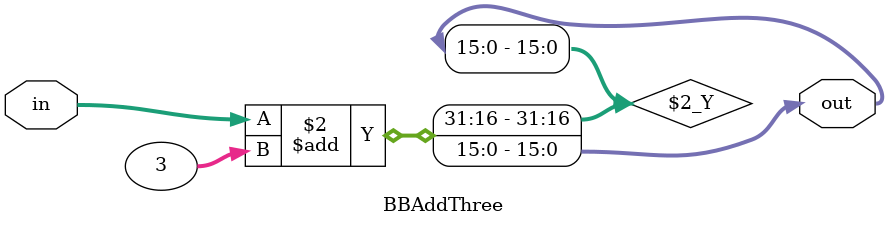
<source format=v>

module BBAddTwo(
    input  [15:0] in,
    output reg [15:0] out
);
  always @* begin
    out = in + 2;
  end
endmodule

module BBAddThree(
    input  [15:0] in,
    output reg [15:0] out
);
  always @* begin
    out = in + 3;
  end
endmodule

</source>
